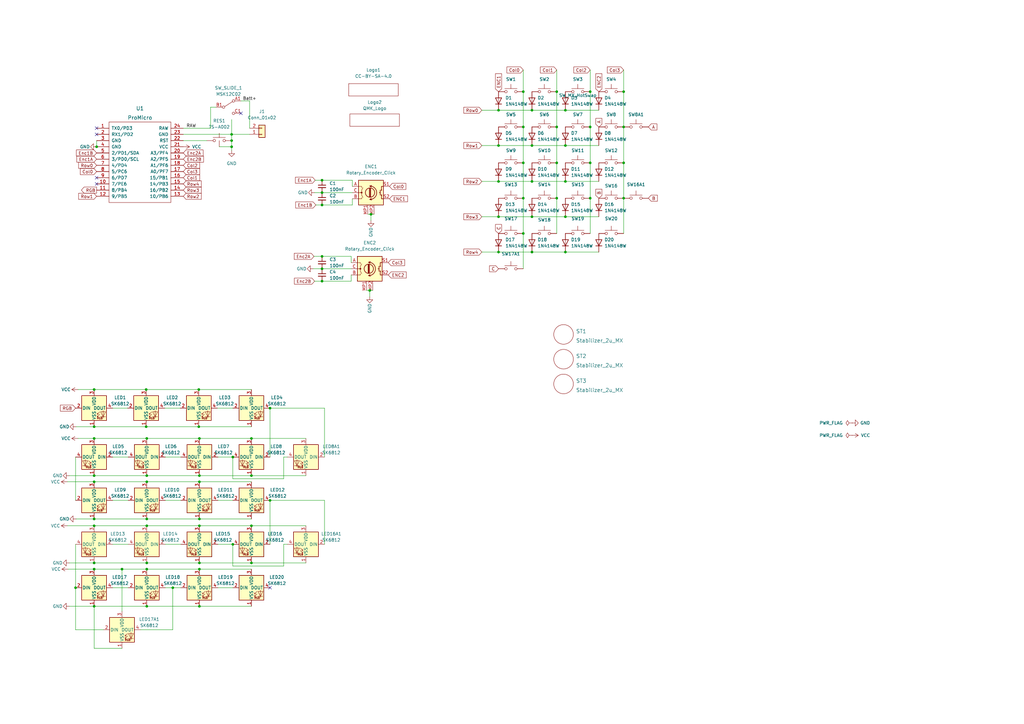
<source format=kicad_sch>
(kicad_sch (version 20211123) (generator eeschema)
  (paper "A3")
  (title_block (title "UnOrthoDox 20") (date "2023-04-15") (rev "v1.0.0") (company "Tweety's Wild Thinking") (comment 1 "Markus Knutsson <markus.knutsson@tweety.se>") (comment 2 "https://github.com/TweetyDaBird") (comment 3 "Licensed under Creative Commons BY-SA 4.0 International "))
  (lib_symbols
    (symbol "Connector_Generic:Conn_01x02" (pin_names (offset 1.016) hide)
      (property "Reference" "J" (at 0 2.54 0))
      (property "Value" "Conn_01x02" (at 0 -5.08 0))
      (symbol "Conn_01x02_1_1"
        (pin passive line (at -5.08 0 0) (length 3.81) (name "Pin_1") (number "1"))
        (pin passive line (at -5.08 -2.54 0) (length 3.81) (name "Pin_2") (number "2"))
      )
    )
    (symbol "Device:C_Small" (pin_numbers hide) (pin_names (offset 0.254) hide)
      (property "Reference" "C" (at 0.254 1.778 0))
      (property "Value" "C_Small" (at 0.254 -2.032 0))
      (symbol "C_Small_1_1"
        (pin passive line (at 0 2.54 270) (length 2.032) (name "~") (number "1"))
        (pin passive line (at 0 -2.54 90) (length 2.032) (name "~") (number "2"))
      )
    )
    (symbol "Diode:1N4148" (pin_numbers hide) (pin_names (offset 1.016) hide)
      (property "Reference" "D" (at 0 2.54 0))
      (property "Value" "1N4148" (at 0 -2.54 0))
      (symbol "1N4148_1_1"
        (pin passive line (at -3.81 0 0) (length 2.54) (name "K") (number "1"))
        (pin passive line (at 3.81 0 180) (length 2.54) (name "A") (number "2"))
      )
    )
    (symbol "Keyboard Common:MSK12C02" (pin_names (offset 0) hide)
      (property "Reference" "SW" (at 0 7.62 0))
      (property "Value" "MSK12C02" (at 0 5.08 0))
      (symbol "MSK12C02_1_1"
        (pin passive line (at 5.08 2.54 180) (length 2.54) (name "A") (number "A1"))
        (pin passive line (at -5.08 0 0) (length 2.54) (name "COM") (number "B1"))
        (pin passive line (at 5.08 -2.54 180) (length 2.54) (name "C1") (number "C1"))
        (pin power_in line (at 1.27 -5.08 180) (length 2.54) hide (name "GND") (number "MP"))
      )
    )
    (symbol "Keyboard Common:TS-A002" (pin_numbers hide) (pin_names (offset 1.016) hide)
      (property "Reference" "RES1" (at 1.27 2.54 0))
      (property "Value" "TS-A002" (at 0 -1.524 0))
      (symbol "TS-A002_0_1"
        (pin passive line (at -5.08 0 0) (length 2.54) (name "1") (number "1"))
        (pin passive line (at 5.08 0 180) (length 2.54) (name "2") (number "2"))
        (pin passive line (at 0 -2.54 90) (length 2.54) (name "3") (number "3"))
      )
    )
    (symbol "Keyboard Controllers:ProMicro" (pin_names (offset 1.016))
      (property "Reference" "U1" (at 0 21.2598 0))
      (property "Value" "ProMicro" (at 0 18.5674 0))
      (symbol "ProMicro_1_1"
        (pin input line (at -17.78 13.97 0) (length 5.08) (name "TX0/PD3") (number "1"))
        (pin input line (at -17.78 -8.89 0) (length 5.08) (name "7/PE6") (number "10"))
        (pin input line (at -17.78 -11.43 0) (length 5.08) (name "8/PB4") (number "11"))
        (pin input line (at -17.78 -13.97 0) (length 5.08) (name "9/PB5") (number "12"))
        (pin input line (at 17.78 -13.97 180) (length 5.08) (name "10/PB6") (number "13"))
        (pin input line (at 17.78 -11.43 180) (length 5.08) (name "16/PB2") (number "14"))
        (pin input line (at 17.78 -8.89 180) (length 5.08) (name "14/PB3") (number "15"))
        (pin input line (at 17.78 -6.35 180) (length 5.08) (name "15/PB1") (number "16"))
        (pin input line (at 17.78 -3.81 180) (length 5.08) (name "A0/PF7") (number "17"))
        (pin input line (at 17.78 -1.27 180) (length 5.08) (name "A1/PF6") (number "18"))
        (pin input line (at 17.78 1.27 180) (length 5.08) (name "A2/PF5") (number "19"))
        (pin input line (at -17.78 11.43 0) (length 5.08) (name "RX1/PD2") (number "2"))
        (pin input line (at 17.78 3.81 180) (length 5.08) (name "A3/PF4") (number "20"))
        (pin input line (at 17.78 6.35 180) (length 5.08) (name "VCC") (number "21"))
        (pin input line (at 17.78 8.89 180) (length 5.08) (name "RST") (number "22"))
        (pin input line (at 17.78 11.43 180) (length 5.08) (name "GND") (number "23"))
        (pin input line (at 17.78 13.97 180) (length 5.08) (name "RAW") (number "24"))
        (pin input line (at -17.78 8.89 0) (length 5.08) (name "GND") (number "3"))
        (pin input line (at -17.78 6.35 0) (length 5.08) (name "GND") (number "4"))
        (pin input line (at -17.78 3.81 0) (length 5.08) (name "2/PD1/SDA") (number "5"))
        (pin input line (at -17.78 1.27 0) (length 5.08) (name "3/PD0/SCL") (number "6"))
        (pin input line (at -17.78 -1.27 0) (length 5.08) (name "4/PD4") (number "7"))
        (pin input line (at -17.78 -3.81 0) (length 5.08) (name "5/PC6") (number "8"))
        (pin input line (at -17.78 -6.35 0) (length 5.08) (name "6/PD7") (number "9"))
      )
    )
    (symbol "Keyboard Switches:Rotary_Encoder_Click" (pin_names (offset 0.254) hide)
      (property "Reference" "ENC" (at 0 6.604 0))
      (property "Value" "Rotary_Encoder_Click" (at 0 8.89 0))
      (symbol "Rotary_Encoder_Click_1_1"
        (pin passive line (at -7.62 2.54 0) (length 2.54) (name "A") (number "A"))
        (pin passive line (at -7.62 -2.54 0) (length 2.54) (name "B") (number "B"))
        (pin passive line (at -7.62 0 0) (length 2.54) (name "C") (number "C"))
        (pin power_in line (at -1.27 -8.89 90) (length 3.7084) (name "GND") (number "MP1"))
        (pin power_in line (at 1.27 -8.89 90) (length 3.7592) (name "GND") (number "MP2"))
        (pin passive line (at 7.62 2.54 180) (length 2.54) (name "S1") (number "S1"))
        (pin passive line (at 7.62 -2.54 180) (length 2.54) (name "S2") (number "S2"))
      )
    )
    (symbol "Keyboard Switches:SW_MX_HotSwap" (pin_numbers hide) (pin_names (offset 1.016) hide)
      (property "Reference" "SW" (at -1.27 5.08 0))
      (symbol "SW_MX_HotSwap_0_1"
        (pin passive line (at -5.08 0 0) (length 2.54) (name "1") (number "1"))
        (pin passive line (at 5.08 0 180) (length 2.54) (name "2") (number "2"))
      )
    )
    (symbol "Keyboard Switches:Stabilizer_2u_MX" (pin_names (offset 1.016))
      (property "Reference" "ST1" (at 0 -1.27 0))
      (property "Value" "Stabilizer_2u_MX" (at 0 1.27 0))
    )
    (symbol "LED:SK6812" (pin_names (offset 0.254))
      (property "Reference" "D" (at 5.08 5.715 0))
      (property "Value" "SK6812" (at 1.27 -5.715 0))
      (symbol "SK6812_0_0"
        (text "RGB" (at 2.286 -4.191 0) (effects (font (size 0.762 0.762))))
      )
      (symbol "SK6812_1_1"
        (pin power_in line (at 0 -7.62 90) (length 2.54) (name "VSS") (number "1"))
        (pin input line (at -7.62 0 0) (length 2.54) (name "DIN") (number "2"))
        (pin power_in line (at 0 7.62 270) (length 2.54) (name "VDD") (number "3"))
        (pin output line (at 7.62 0 180) (length 2.54) (name "DOUT") (number "4"))
      )
    )
    (symbol "Logotypes:CC-BY-SA-4.0" (pin_names (offset 1.016)) (in_bom no)
      (property "Reference" "Logo" (at 0 1.27 0))
      (property "Value" "CC-BY-SA-4.0" (at 0 -1.27 0))
    )
    (symbol "Logotypes:QMK_Logo" (pin_numbers hide) (pin_names (offset 0) hide) (in_bom no)
      (property "Reference" "Logo" (at 0 0 0))
      (property "Value" "QMK_Logo" (at 0 2.54 0))
    )
    (symbol "power:GND" (power) (pin_names (offset 0))
      (property "Value" "GND" (at 0 -3.81 0))
      (symbol "GND_1_1"
        (pin power_in line (at 0 0 270) (length 0) hide (name "GND") (number "1"))
      )
    )
    (symbol "power:PWR_FLAG" (power) (pin_numbers hide) (pin_names (offset 0) hide)
      (property "Value" "PWR_FLAG" (at 0 3.81 0))
      (symbol "PWR_FLAG_0_0"
        (pin power_out line (at 0 0 90) (length 0) (name "pwr") (number "1"))
      )
    )
    (symbol "power:VCC" (power) (pin_names (offset 0))
      (property "Value" "VCC" (at 0 3.81 0))
      (symbol "VCC_1_1"
        (pin power_in line (at 0 0 90) (length 0) hide (name "VCC") (number "1"))
      )
    )
  )
  (junction (at 231.902 74.422))
  (junction (at 39.624 60.198))
  (junction (at 60.198 230.886))
  (junction (at 242.062 81.28))
  (junction (at 242.062 37.592))
  (junction (at 60.198 195.072))
  (junction (at 204.47 88.9))
  (junction (at 38.608 179.832))
  (junction (at 231.902 88.9))
  (junction (at 50.038 233.426))
  (junction (at 132.08 105.156))
  (junction (at 94.996 55.118))
  (junction (at 103.124 179.832))
  (junction (at 255.778 81.28))
  (junction (at 228.346 37.592))
  (junction (at 103.124 215.646))
  (junction (at 81.534 159.766))
  (junction (at 204.47 45.212))
  (junction (at 218.186 59.69))
  (junction (at 242.062 52.07))
  (junction (at 60.198 212.852))
  (junction (at 214.63 66.802))
  (junction (at 255.778 52.07))
  (junction (at 231.902 59.69))
  (junction (at 95.504 187.452))
  (junction (at 38.608 248.666))
  (junction (at 255.778 66.802))
  (junction (at 81.788 215.646))
  (junction (at 110.744 205.232))
  (junction (at 38.608 197.612))
  (junction (at 228.346 66.802))
  (junction (at 60.198 215.646))
  (junction (at 38.608 212.852))
  (junction (at 214.63 37.592))
  (junction (at 214.63 95.758))
  (junction (at 60.198 179.832))
  (junction (at 132.08 73.914))
  (junction (at 59.944 175.006))
  (junction (at 242.062 66.802))
  (junction (at 38.608 215.646))
  (junction (at 103.124 195.072))
  (junction (at 81.788 179.832))
  (junction (at 110.744 167.386))
  (junction (at 60.198 197.612))
  (junction (at 132.08 115.316))
  (junction (at 95.504 223.266))
  (junction (at 60.198 233.426))
  (junction (at 81.788 248.666))
  (junction (at 38.608 175.006))
  (junction (at 38.608 230.886))
  (junction (at 132.08 110.236))
  (junction (at 228.346 81.28))
  (junction (at 204.47 59.69))
  (junction (at 204.47 103.378))
  (junction (at 38.608 233.426))
  (junction (at 94.996 57.658))
  (junction (at 204.47 74.422))
  (junction (at 132.08 78.994))
  (junction (at 81.788 195.072))
  (junction (at 81.788 233.426))
  (junction (at 231.902 45.212))
  (junction (at 94.996 60.198))
  (junction (at 59.944 159.766))
  (junction (at 132.08 84.074))
  (junction (at 81.788 197.612))
  (junction (at 151.638 119.126))
  (junction (at 30.988 241.046))
  (junction (at 214.63 81.28))
  (junction (at 218.186 103.378))
  (junction (at 38.608 195.072))
  (junction (at 60.198 248.666))
  (junction (at 81.534 175.006))
  (junction (at 152.146 87.884))
  (junction (at 103.124 230.886))
  (junction (at 70.866 241.046))
  (junction (at 231.902 103.378))
  (junction (at 218.186 88.9))
  (junction (at 218.186 74.422))
  (junction (at 214.63 52.07))
  (junction (at 81.788 230.886))
  (junction (at 255.778 37.592))
  (junction (at 218.186 45.212))
  (junction (at 228.346 52.07))
  (junction (at 81.788 212.852))
  (junction (at 38.608 159.766))
  (no_connect (at 98.806 46.482))
  (no_connect (at 110.744 241.046))
  (no_connect (at 39.624 75.438))
  (no_connect (at 39.624 72.898))
  (no_connect (at 39.624 52.578))
  (no_connect (at 39.624 55.118))
  (wire (pts (xy 95.504 196.342) (xy 95.504 187.452)))
  (wire (pts (xy 95.504 223.266) (xy 95.504 232.156)))
  (wire (pts (xy 228.346 37.592) (xy 228.346 52.07)))
  (wire (pts (xy 94.996 57.658) (xy 94.996 60.198)))
  (wire (pts (xy 218.186 74.422) (xy 231.902 74.422)))
  (wire (pts (xy 214.63 37.592) (xy 214.63 52.07)))
  (wire (pts (xy 46.228 241.046) (xy 52.578 241.046)))
  (wire (pts (xy 81.788 248.666) (xy 103.124 248.666)))
  (wire (pts (xy 52.578 223.266) (xy 46.228 223.266)))
  (wire (pts (xy 95.504 205.232) (xy 89.408 205.232)))
  (wire (pts (xy 132.08 110.236) (xy 144.018 110.236)))
  (wire (pts (xy 218.186 45.212) (xy 231.902 45.212)))
  (wire (pts (xy 128.524 110.236) (xy 132.08 110.236)))
  (wire (pts (xy 152.146 87.884) (xy 150.876 87.884)))
  (wire (pts (xy 81.788 230.886) (xy 103.124 230.886)))
  (wire (pts (xy 128.778 105.156) (xy 132.08 105.156)))
  (wire (pts (xy 88.646 43.942) (xy 86.36 43.942)))
  (wire (pts (xy 144.018 107.696) (xy 144.018 105.156)))
  (wire (pts (xy 98.806 41.402) (xy 102.362 41.402)))
  (wire (pts (xy 38.608 175.006) (xy 59.944 175.006)))
  (wire (pts (xy 60.198 195.072) (xy 81.788 195.072)))
  (wire (pts (xy 103.124 195.072) (xy 125.476 195.072)))
  (wire (pts (xy 38.608 212.852) (xy 60.198 212.852)))
  (wire (pts (xy 86.36 43.942) (xy 86.36 52.578)))
  (wire (pts (xy 38.608 179.832) (xy 60.198 179.832)))
  (wire (pts (xy 67.818 223.266) (xy 74.168 223.266)))
  (wire (pts (xy 81.788 215.646) (xy 103.124 215.646)))
  (wire (pts (xy 31.242 175.006) (xy 38.608 175.006)))
  (wire (pts (xy 144.018 112.776) (xy 144.018 115.316)))
  (wire (pts (xy 70.866 258.318) (xy 70.866 241.046)))
  (wire (pts (xy 129.286 73.914) (xy 132.08 73.914)))
  (wire (pts (xy 228.346 66.802) (xy 228.346 81.28)))
  (wire (pts (xy 132.08 84.074) (xy 144.526 84.074)))
  (wire (pts (xy 255.778 37.592) (xy 255.778 52.07)))
  (wire (pts (xy 116.332 232.156) (xy 95.504 232.156)))
  (wire (pts (xy 197.612 74.422) (xy 204.47 74.422)))
  (wire (pts (xy 132.08 73.914) (xy 144.526 73.914)))
  (wire (pts (xy 242.062 37.592) (xy 242.062 52.07)))
  (wire (pts (xy 30.988 223.266) (xy 30.988 241.046)))
  (wire (pts (xy 81.788 195.072) (xy 103.124 195.072)))
  (wire (pts (xy 59.944 175.006) (xy 81.534 175.006)))
  (wire (pts (xy 75.184 52.578) (xy 86.36 52.578)))
  (wire (pts (xy 102.362 41.402) (xy 102.362 52.578)))
  (wire (pts (xy 231.902 88.9) (xy 245.618 88.9)))
  (wire (pts (xy 144.526 81.534) (xy 144.526 84.074)))
  (wire (pts (xy 132.08 105.156) (xy 144.018 105.156)))
  (wire (pts (xy 89.154 167.386) (xy 95.504 167.386)))
  (wire (pts (xy 39.624 57.658) (xy 39.624 60.198)))
  (wire (pts (xy 95.504 223.266) (xy 89.408 223.266)))
  (wire (pts (xy 60.198 197.612) (xy 81.788 197.612)))
  (wire (pts (xy 133.096 205.232) (xy 110.744 205.232)))
  (wire (pts (xy 242.062 81.28) (xy 242.062 95.758)))
  (wire (pts (xy 52.324 167.386) (xy 46.228 167.386)))
  (wire (pts (xy 46.228 187.452) (xy 52.578 187.452)))
  (wire (pts (xy 50.038 265.938) (xy 38.608 265.938)))
  (wire (pts (xy 84.836 57.658) (xy 75.184 57.658)))
  (wire (pts (xy 204.47 74.422) (xy 218.186 74.422)))
  (wire (pts (xy 74.168 187.452) (xy 67.818 187.452)))
  (wire (pts (xy 30.988 258.318) (xy 30.988 241.046)))
  (wire (pts (xy 81.788 233.426) (xy 103.124 233.426)))
  (wire (pts (xy 94.996 60.198) (xy 94.996 61.722)))
  (wire (pts (xy 228.346 52.07) (xy 228.346 66.802)))
  (wire (pts (xy 38.608 215.646) (xy 60.198 215.646)))
  (wire (pts (xy 242.062 28.702) (xy 242.062 37.592)))
  (wire (pts (xy 231.902 59.69) (xy 245.618 59.69)))
  (wire (pts (xy 116.332 223.266) (xy 116.332 232.156)))
  (wire (pts (xy 94.996 55.118) (xy 94.996 57.658)))
  (wire (pts (xy 116.332 187.452) (xy 116.332 196.342)))
  (wire (pts (xy 27.686 215.646) (xy 38.608 215.646)))
  (wire (pts (xy 231.902 74.422) (xy 245.618 74.422)))
  (wire (pts (xy 242.062 66.802) (xy 242.062 81.28)))
  (wire (pts (xy 38.608 159.766) (xy 59.944 159.766)))
  (wire (pts (xy 218.186 88.9) (xy 231.902 88.9)))
  (wire (pts (xy 204.47 103.378) (xy 218.186 103.378)))
  (wire (pts (xy 117.856 223.266) (xy 116.332 223.266)))
  (wire (pts (xy 38.608 197.612) (xy 60.198 197.612)))
  (wire (pts (xy 94.996 49.022) (xy 94.996 55.118)))
  (wire (pts (xy 28.448 230.886) (xy 38.608 230.886)))
  (wire (pts (xy 103.124 179.832) (xy 125.476 179.832)))
  (wire (pts (xy 151.638 119.126) (xy 152.908 119.126)))
  (wire (pts (xy 214.63 28.702) (xy 214.63 37.592)))
  (wire (pts (xy 57.658 258.318) (xy 70.866 258.318)))
  (wire (pts (xy 117.856 187.452) (xy 116.332 187.452)))
  (wire (pts (xy 50.038 233.426) (xy 60.198 233.426)))
  (wire (pts (xy 31.242 212.852) (xy 38.608 212.852)))
  (wire (pts (xy 218.186 59.69) (xy 231.902 59.69)))
  (wire (pts (xy 28.448 248.666) (xy 38.608 248.666)))
  (wire (pts (xy 255.778 28.702) (xy 255.778 37.592)))
  (wire (pts (xy 228.346 28.702) (xy 228.346 37.592)))
  (wire (pts (xy 231.902 45.212) (xy 245.618 45.212)))
  (wire (pts (xy 38.608 230.886) (xy 60.198 230.886)))
  (wire (pts (xy 152.146 87.884) (xy 153.416 87.884)))
  (wire (pts (xy 46.228 205.232) (xy 52.578 205.232)))
  (wire (pts (xy 110.744 223.266) (xy 110.744 205.232)))
  (wire (pts (xy 73.914 167.386) (xy 67.564 167.386)))
  (wire (pts (xy 255.778 52.07) (xy 255.778 66.802)))
  (wire (pts (xy 116.332 196.342) (xy 95.504 196.342)))
  (wire (pts (xy 129.032 115.316) (xy 132.08 115.316)))
  (wire (pts (xy 60.198 215.646) (xy 81.788 215.646)))
  (wire (pts (xy 60.198 179.832) (xy 81.788 179.832)))
  (wire (pts (xy 27.94 233.426) (xy 38.608 233.426)))
  (wire (pts (xy 214.63 66.802) (xy 214.63 81.28)))
  (wire (pts (xy 214.63 95.758) (xy 214.63 110.236)))
  (wire (pts (xy 197.612 103.378) (xy 204.47 103.378)))
  (wire (pts (xy 38.608 248.666) (xy 60.198 248.666)))
  (wire (pts (xy 70.866 241.046) (xy 67.818 241.046)))
  (wire (pts (xy 32.004 179.832) (xy 38.608 179.832)))
  (wire (pts (xy 94.996 55.118) (xy 102.362 55.118)))
  (wire (pts (xy 255.778 66.802) (xy 255.778 81.28)))
  (wire (pts (xy 60.198 212.852) (xy 81.788 212.852)))
  (wire (pts (xy 95.504 241.046) (xy 89.408 241.046)))
  (wire (pts (xy 67.818 205.232) (xy 74.168 205.232)))
  (wire (pts (xy 231.902 103.378) (xy 245.618 103.378)))
  (wire (pts (xy 228.346 81.28) (xy 228.346 95.758)))
  (wire (pts (xy 59.944 159.766) (xy 81.534 159.766)))
  (wire (pts (xy 129.54 84.074) (xy 132.08 84.074)))
  (wire (pts (xy 204.47 45.212) (xy 218.186 45.212)))
  (wire (pts (xy 81.788 197.612) (xy 103.124 197.612)))
  (wire (pts (xy 197.612 88.9) (xy 204.47 88.9)))
  (wire (pts (xy 30.988 205.232) (xy 30.988 187.452)))
  (wire (pts (xy 38.608 265.938) (xy 38.608 248.666)))
  (wire (pts (xy 28.448 195.072) (xy 38.608 195.072)))
  (wire (pts (xy 103.124 215.646) (xy 125.476 215.646)))
  (wire (pts (xy 32.004 159.766) (xy 38.608 159.766)))
  (wire (pts (xy 132.08 115.316) (xy 144.018 115.316)))
  (wire (pts (xy 204.47 59.69) (xy 218.186 59.69)))
  (wire (pts (xy 81.534 159.766) (xy 103.124 159.766)))
  (wire (pts (xy 81.534 175.006) (xy 103.124 175.006)))
  (wire (pts (xy 38.608 195.072) (xy 60.198 195.072)))
  (wire (pts (xy 60.198 248.666) (xy 81.788 248.666)))
  (wire (pts (xy 242.062 52.07) (xy 242.062 66.802)))
  (wire (pts (xy 197.612 59.69) (xy 204.47 59.69)))
  (wire (pts (xy 133.096 187.452) (xy 133.096 167.386)))
  (wire (pts (xy 204.47 88.9) (xy 218.186 88.9)))
  (wire (pts (xy 133.096 167.386) (xy 110.744 167.386)))
  (wire (pts (xy 81.788 212.852) (xy 103.124 212.852)))
  (wire (pts (xy 38.608 233.426) (xy 50.038 233.426)))
  (wire (pts (xy 132.08 78.994) (xy 144.526 78.994)))
  (wire (pts (xy 151.638 119.126) (xy 150.368 119.126)))
  (wire (pts (xy 81.788 179.832) (xy 103.124 179.832)))
  (wire (pts (xy 60.198 233.426) (xy 81.788 233.426)))
  (wire (pts (xy 255.778 81.28) (xy 255.778 95.758)))
  (wire (pts (xy 74.168 241.046) (xy 70.866 241.046)))
  (wire (pts (xy 60.198 230.886) (xy 81.788 230.886)))
  (wire (pts (xy 133.096 223.266) (xy 133.096 205.232)))
  (wire (pts (xy 89.916 60.198) (xy 94.996 60.198)))
  (wire (pts (xy 197.612 45.212) (xy 204.47 45.212)))
  (wire (pts (xy 214.63 52.07) (xy 214.63 66.802)))
  (wire (pts (xy 218.186 103.378) (xy 231.902 103.378)))
  (wire (pts (xy 129.032 78.994) (xy 132.08 78.994)))
  (wire (pts (xy 50.038 233.426) (xy 50.038 250.698)))
  (wire (pts (xy 110.744 167.386) (xy 110.744 187.452)))
  (wire (pts (xy 103.124 230.886) (xy 125.476 230.886)))
  (wire (pts (xy 42.418 258.318) (xy 30.988 258.318)))
  (wire (pts (xy 144.526 76.454) (xy 144.526 73.914)))
  (wire (pts (xy 152.146 90.424) (xy 152.146 87.884)))
  (wire (pts (xy 75.184 55.118) (xy 94.996 55.118)))
  (wire (pts (xy 89.408 187.452) (xy 95.504 187.452)))
  (wire (pts (xy 214.63 81.28) (xy 214.63 95.758)))
  (wire (pts (xy 27.686 197.612) (xy 38.608 197.612)))
  (wire (pts (xy 151.638 121.666) (xy 151.638 119.126)))
  (label "Batt+" (at 99.568 41.402 0))
  (label "RAW" (at 76.454 52.578 0))
  (global_label "Col0" (shape input) (at 214.63 28.702 180) (property "Intersheet References" "${INTERSHEET_REFS}" (effects hide)))
  (global_label "C" (shape input) (at 204.47 110.236 180) (property "Intersheet References" "${INTERSHEET_REFS}" (effects hide)))
  (global_label "Row0" (shape input) (at 39.624 67.818 180) (property "Intersheet References" "${INTERSHEET_REFS}" (effects hide)))
  (global_label "Row4" (shape input) (at 75.184 75.438 0) (property "Intersheet References" "${INTERSHEET_REFS}" (effects hide)))
  (global_label "Row2" (shape input) (at 75.184 80.518 0) (property "Intersheet References" "${INTERSHEET_REFS}" (effects hide)))
  (global_label "Row4" (shape input) (at 197.612 103.378 180) (property "Intersheet References" "${INTERSHEET_REFS}" (effects hide)))
  (global_label "Enc2B" (shape input) (at 75.184 65.278 0) (property "Intersheet References" "${INTERSHEET_REFS}" (effects hide)))
  (global_label "RGB" (shape output) (at 39.624 77.978 180) (property "Intersheet References" "${INTERSHEET_REFS}" (effects hide)))
  (global_label "ENC1" (shape input) (at 159.766 81.534 0) (property "Intersheet References" "${INTERSHEET_REFS}" (effects hide)))
  (global_label "Row3" (shape input) (at 75.184 77.978 0) (property "Intersheet References" "${INTERSHEET_REFS}" (effects hide)))
  (global_label "A" (shape input) (at 245.618 52.07 90) (property "Intersheet References" "${INTERSHEET_REFS}" (effects hide)))
  (global_label "Row1" (shape input) (at 197.612 59.69 180) (property "Intersheet References" "${INTERSHEET_REFS}" (effects hide)))
  (global_label "Row2" (shape input) (at 197.612 74.422 180) (property "Intersheet References" "${INTERSHEET_REFS}" (effects hide)))
  (global_label "ENC2" (shape input) (at 245.618 37.592 90) (property "Intersheet References" "${INTERSHEET_REFS}" (effects hide)))
  (global_label "Enc1A" (shape input) (at 129.286 73.914 180) (property "Intersheet References" "${INTERSHEET_REFS}" (effects hide)))
  (global_label "A" (shape input) (at 265.938 52.07 0) (property "Intersheet References" "${INTERSHEET_REFS}" (effects hide)))
  (global_label "Col2" (shape input) (at 242.062 28.702 180) (property "Intersheet References" "${INTERSHEET_REFS}" (effects hide)))
  (global_label "Col0" (shape input) (at 159.766 76.454 0) (property "Intersheet References" "${INTERSHEET_REFS}" (effects hide)))
  (global_label "Col2" (shape input) (at 75.184 67.818 0) (property "Intersheet References" "${INTERSHEET_REFS}" (effects hide)))
  (global_label "Row1" (shape input) (at 39.624 80.518 180) (property "Intersheet References" "${INTERSHEET_REFS}" (effects hide)))
  (global_label "Col3" (shape input) (at 255.778 28.702 180) (property "Intersheet References" "${INTERSHEET_REFS}" (effects hide)))
  (global_label "RGB" (shape input) (at 30.988 167.386 180) (property "Intersheet References" "${INTERSHEET_REFS}" (effects hide)))
  (global_label "Enc1B" (shape input) (at 129.54 84.074 180) (property "Intersheet References" "${INTERSHEET_REFS}" (effects hide)))
  (global_label "B" (shape input) (at 265.938 81.28 0) (property "Intersheet References" "${INTERSHEET_REFS}" (effects hide)))
  (global_label "Enc1A" (shape input) (at 39.624 65.278 180) (property "Intersheet References" "${INTERSHEET_REFS}" (effects hide)))
  (global_label "Col3" (shape input) (at 159.258 107.696 0) (property "Intersheet References" "${INTERSHEET_REFS}" (effects hide)))
  (global_label "Col1" (shape input) (at 228.346 28.702 180) (property "Intersheet References" "${INTERSHEET_REFS}" (effects hide)))
  (global_label "Col0" (shape input) (at 39.624 70.358 180) (property "Intersheet References" "${INTERSHEET_REFS}" (effects hide)))
  (global_label "ENC2" (shape input) (at 159.258 112.776 0) (property "Intersheet References" "${INTERSHEET_REFS}" (effects hide)))
  (global_label "Row3" (shape input) (at 197.612 88.9 180) (property "Intersheet References" "${INTERSHEET_REFS}" (effects hide)))
  (global_label "Row0" (shape input) (at 197.612 45.212 180) (property "Intersheet References" "${INTERSHEET_REFS}" (effects hide)))
  (global_label "Enc2A" (shape input) (at 75.184 62.738 0) (property "Intersheet References" "${INTERSHEET_REFS}" (effects hide)))
  (global_label "Enc2A" (shape input) (at 128.778 105.156 180) (property "Intersheet References" "${INTERSHEET_REFS}" (effects hide)))
  (global_label "Col1" (shape input) (at 75.184 72.898 0) (property "Intersheet References" "${INTERSHEET_REFS}" (effects hide)))
  (global_label "Col3" (shape input) (at 75.184 70.358 0) (property "Intersheet References" "${INTERSHEET_REFS}" (effects hide)))
  (global_label "B" (shape input) (at 245.618 81.28 90) (property "Intersheet References" "${INTERSHEET_REFS}" (effects hide)))
  (global_label "ENC1" (shape input) (at 204.47 37.592 90) (property "Intersheet References" "${INTERSHEET_REFS}" (effects hide)))
  (global_label "Enc1B" (shape input) (at 39.624 62.738 180) (property "Intersheet References" "${INTERSHEET_REFS}" (effects hide)))
  (global_label "C" (shape input) (at 204.47 95.758 90) (property "Intersheet References" "${INTERSHEET_REFS}" (effects hide)))
  (global_label "Enc2B" (shape input) (at 129.032 115.316 180) (property "Intersheet References" "${INTERSHEET_REFS}" (effects hide)))
  (symbol (lib_id "Diode:1N4148") (at 231.902 99.568 90) (unit 1)
    (property "Reference" "D19" (at 234.188 98.2979 90) (effects (justify right)))
    (property "Value" "1N4148W" (at 234.188 100.8379 90) (effects (justify right)))
    (property "Footprint" "Diode_SMD:D_SOD-123" (effects hide))
    (property "Datasheet" "https://assets.nexperia.com/documents/data-sheet/1N4148_1N4448.pdf" (effects hide))
  )
  (symbol (lib_id "LED:SK6812") (at 125.476 223.266 0) (mirror y) (unit 1)
    (property "Reference" "LED16A1" (at 135.89 218.9353 0))
    (property "Value" "SK6812" (at 135.89 221.4753 0))
    (property "Footprint" "Keyboard RGB:RGB_SK6812MINI-E" (effects hide))
    (property "Datasheet" "https://cdn-shop.adafruit.com/product-files/1138/SK6812+LED+datasheet+.pdf" (effects hide))
  )
  (symbol (lib_id "Diode:1N4148") (at 231.902 85.09 90) (unit 1)
    (property "Reference" "D15" (at 234.188 83.8199 90) (effects (justify right)))
    (property "Value" "1N4148W" (at 234.188 86.3599 90) (effects (justify right)))
    (property "Footprint" "Diode_SMD:D_SOD-123" (effects hide))
    (property "Datasheet" "https://assets.nexperia.com/documents/data-sheet/1N4148_1N4448.pdf" (effects hide))
  )
  (symbol (lib_id "Keyboard Switches:SW_MX_HotSwap") (at 209.55 81.28 0) (unit 1)
    (property "Reference" "SW13" (at 209.55 75.692 0))
    (property "Value" "SW_MX_HotSwap" (effects hide))
    (property "Footprint" "Keyboard Switches:SW_MX_HotSwap" (effects hide))
  )
  (symbol (lib_id "power:VCC") (at 75.184 60.198 270) (unit 1)
    (property "Reference" "#PWR02" (effects hide))
    (property "Value" "VCC" (at 78.74 60.1979 90) (effects (justify left)))
  )
  (symbol (lib_id "Diode:1N4148") (at 245.618 41.402 90) (unit 1)
    (property "Reference" "D4" (at 247.904 40.1319 90) (effects (justify right)))
    (property "Value" "1N4148W" (at 247.904 42.6719 90) (effects (justify right)))
    (property "Footprint" "Diode_SMD:D_SOD-123" (effects hide))
    (property "Datasheet" "https://assets.nexperia.com/documents/data-sheet/1N4148_1N4448.pdf" (effects hide))
  )
  (symbol (lib_id "power:VCC") (at 27.94 233.426 90) (unit 1)
    (property "Reference" "#PWR018" (effects hide))
    (property "Value" "VCC" (at 21.082 233.426 90) (effects (justify right)))
  )
  (symbol (lib_id "LED:SK6812") (at 38.608 223.266 0) (mirror y) (unit 1)
    (property "Reference" "LED13" (at 48.26 218.9353 0))
    (property "Value" "SK6812" (at 48.26 221.4753 0))
    (property "Footprint" "Keyboard RGB:RGB_SK6812MINI-E" (effects hide))
    (property "Datasheet" "https://cdn-shop.adafruit.com/product-files/1138/SK6812+LED+datasheet+.pdf" (effects hide))
  )
  (symbol (lib_id "LED:SK6812") (at 60.198 223.266 0) (mirror y) (unit 1)
    (property "Reference" "LED14" (at 69.85 218.9353 0))
    (property "Value" "SK6812" (at 69.85 221.4753 0))
    (property "Footprint" "Keyboard RGB:RGB_SK6812MINI-E" (effects hide))
    (property "Datasheet" "https://cdn-shop.adafruit.com/product-files/1138/SK6812+LED+datasheet+.pdf" (effects hide))
  )
  (symbol (lib_id "Diode:1N4148") (at 204.47 55.88 270) (mirror x) (unit 1)
    (property "Reference" "D5" (at 207.264 54.6099 90) (effects (justify left)))
    (property "Value" "1N4148W" (at 207.264 57.1499 90) (effects (justify left)))
    (property "Footprint" "Diode_SMD:D_SOD-123" (effects hide))
    (property "Datasheet" "https://assets.nexperia.com/documents/data-sheet/1N4148_1N4448.pdf" (effects hide))
  )
  (symbol (lib_id "power:GND") (at 129.032 78.994 270) (unit 1)
    (property "Reference" "#PWR04" (effects hide))
    (property "Value" "GND" (at 122.174 78.994 90) (effects (justify left)))
  )
  (symbol (lib_id "Diode:1N4148") (at 218.186 85.09 90) (unit 1)
    (property "Reference" "D14" (at 220.472 83.8199 90) (effects (justify right)))
    (property "Value" "1N4148W" (at 220.472 86.3599 90) (effects (justify right)))
    (property "Footprint" "Diode_SMD:D_SOD-123" (effects hide))
    (property "Datasheet" "https://assets.nexperia.com/documents/data-sheet/1N4148_1N4448.pdf" (effects hide))
  )
  (symbol (lib_id "Diode:1N4148") (at 204.47 41.402 270) (mirror x) (unit 1)
    (property "Reference" "D1" (at 207.264 40.1319 90) (effects (justify left)))
    (property "Value" "1N4148W" (at 207.264 42.6719 90) (effects (justify left)))
    (property "Footprint" "Diode_SMD:D_SOD-123" (effects hide))
    (property "Datasheet" "https://assets.nexperia.com/documents/data-sheet/1N4148_1N4448.pdf" (effects hide))
  )
  (symbol (lib_id "LED:SK6812") (at 60.198 187.452 0) (mirror y) (unit 1)
    (property "Reference" "LED6" (at 70.104 183.1213 0))
    (property "Value" "SK6812" (at 70.104 185.6613 0))
    (property "Footprint" "Keyboard RGB:RGB_SK6812MINI-E" (effects hide))
    (property "Datasheet" "https://cdn-shop.adafruit.com/product-files/1138/SK6812+LED+datasheet+.pdf" (effects hide))
  )
  (symbol (lib_id "Keyboard Switches:Stabilizer_2u_MX") (at 231.14 137.16 0) (unit 1)
    (property "Reference" "ST1" (at 236.22 135.89 0) (effects (font (size 1.524 1.524)) (justify left)))
    (property "Value" "Stabilizer_2u_MX" (at 236.22 139.7 0) (effects (font (size 1.524 1.524)) (justify left)))
    (property "Footprint" "Keyboard Stabilizer:Stabilizer_Cherry_MX_2.00u" (effects hide))
  )
  (symbol (lib_id "LED:SK6812") (at 60.198 205.232 0) (unit 1)
    (property "Reference" "LED10" (at 70.612 200.9013 0))
    (property "Value" "SK6812" (at 70.612 203.4413 0))
    (property "Footprint" "Keyboard RGB:RGB_SK6812MINI-E" (effects hide))
    (property "Datasheet" "https://cdn-shop.adafruit.com/product-files/1138/SK6812+LED+datasheet+.pdf" (effects hide))
  )
  (symbol (lib_id "LED:SK6812") (at 38.608 187.452 0) (mirror y) (unit 1)
    (property "Reference" "LED5" (at 48.514 183.1213 0))
    (property "Value" "SK6812" (at 48.514 185.6613 0))
    (property "Footprint" "Keyboard RGB:RGB_SK6812MINI-E" (effects hide))
    (property "Datasheet" "https://cdn-shop.adafruit.com/product-files/1138/SK6812+LED+datasheet+.pdf" (effects hide))
  )
  (symbol (lib_id "Keyboard Switches:SW_MX_HotSwap") (at 250.698 81.28 0) (mirror y) (unit 1)
    (property "Reference" "SW16" (at 250.698 76.2 0))
    (property "Value" "SW_MX_HotSwap" (effects hide))
    (property "Footprint" "Keyboard Switches:SW_MX_HotSwap" (effects hide))
  )
  (symbol (lib_id "Keyboard Switches:SW_MX_HotSwap") (at 223.266 81.28 0) (unit 1)
    (property "Reference" "SW14" (at 223.266 75.692 0))
    (property "Value" "SW_MX_HotSwap" (effects hide))
    (property "Footprint" "Keyboard Switches:SW_MX_HotSwap" (effects hide))
  )
  (symbol (lib_id "Device:C_Small") (at 132.08 81.534 0) (unit 1)
    (property "Reference" "C2" (at 135.128 80.2702 0) (effects (justify left)))
    (property "Value" "100nF" (at 135.128 82.8102 0) (effects (justify left)))
    (property "Footprint" "Capacitor_SMD:C_0805_2012Metric_Pad1.18x1.45mm_HandSolder" (effects hide))
  )
  (symbol (lib_id "power:GND") (at 28.448 230.886 270) (unit 1)
    (property "Reference" "#PWR017" (effects hide))
    (property "Value" "GND" (at 21.59 230.886 90) (effects (justify left)))
  )
  (symbol (lib_id "power:VCC") (at 27.686 197.612 90) (unit 1)
    (property "Reference" "#PWR014" (effects hide))
    (property "Value" "VCC" (at 20.828 197.612 90) (effects (justify right)))
  )
  (symbol (lib_id "Keyboard Switches:SW_MX_HotSwap") (at 236.982 66.802 0) (unit 1)
    (property "Reference" "SW11" (at 236.982 61.722 0))
    (property "Value" "SW_MX_HotSwap" (effects hide))
    (property "Footprint" "Keyboard Switches:SW_MX_HotSwap" (effects hide))
  )
  (symbol (lib_id "Logotypes:CC-BY-SA-4.0") (at 153.162 36.83 0) (unit 1) (in_bom no)
    (property "Reference" "Logo1" (at 153.162 28.702 0))
    (property "Value" "CC-BY-SA-4.0" (at 153.162 31.242 0))
    (property "Footprint" "Logotypes:CC_BY_SA_40_line" (effects hide))
  )
  (symbol (lib_id "Keyboard Switches:SW_MX_HotSwap") (at 209.55 110.236 0) (unit 1)
    (property "Reference" "SW17A1" (at 209.55 104.14 0))
    (property "Value" "SW_MX_HotSwap" (effects hide))
    (property "Footprint" "Keyboard Switches:SW_MX_HotSwap" (effects hide))
  )
  (symbol (lib_id "Keyboard Switches:SW_MX_HotSwap") (at 260.858 52.07 0) (mirror y) (unit 1)
    (property "Reference" "SW8A1" (at 260.858 46.99 0))
    (property "Value" "SW_MX_HotSwap" (effects hide))
    (property "Footprint" "Keyboard Switches:SW_MX_HotSwap" (effects hide))
  )
  (symbol (lib_id "Keyboard Common:TS-A002") (at 89.916 57.658 0) (unit 1)
    (property "Reference" "RES1" (at 89.916 49.53 0))
    (property "Value" "TS-A002" (at 89.916 52.07 0))
    (property "Footprint" "Keyboard Common:YTS-A002" (effects hide))
    (property "LCSC" "C2888934" (effects hide))
  )
  (symbol (lib_id "Keyboard Switches:SW_MX_HotSwap") (at 250.698 66.802 0) (unit 1)
    (property "Reference" "SW12" (at 250.698 61.722 0))
    (property "Value" "SW_MX_HotSwap" (effects hide))
    (property "Footprint" "Keyboard Switches:SW_MX_HotSwap" (effects hide))
  )
  (symbol (lib_id "Keyboard Switches:SW_MX_HotSwap") (at 223.266 95.758 0) (mirror y) (unit 1)
    (property "Reference" "SW18" (at 223.266 90.17 0))
    (property "Value" "SW_MX_HotSwap" (effects hide))
    (property "Footprint" "Keyboard Switches:SW_MX_HotSwap" (effects hide))
  )
  (symbol (lib_id "LED:SK6812") (at 59.944 167.386 0) (unit 1)
    (property "Reference" "LED2" (at 70.612 163.0553 0))
    (property "Value" "SK6812" (at 70.612 165.5953 0))
    (property "Footprint" "Keyboard RGB:RGB_SK6812MINI-E" (effects hide))
    (property "Datasheet" "https://cdn-shop.adafruit.com/product-files/1138/SK6812+LED+datasheet+.pdf" (effects hide))
  )
  (symbol (lib_id "LED:SK6812") (at 81.788 205.232 0) (unit 1)
    (property "Reference" "LED11" (at 92.456 200.9013 0))
    (property "Value" "SK6812" (at 92.456 203.4413 0))
    (property "Footprint" "Keyboard RGB:RGB_SK6812MINI-E" (effects hide))
    (property "Datasheet" "https://cdn-shop.adafruit.com/product-files/1138/SK6812+LED+datasheet+.pdf" (effects hide))
  )
  (symbol (lib_id "power:GND") (at 94.996 61.722 0) (unit 1)
    (property "Reference" "#PWR03" (effects hide))
    (property "Value" "GND" (at 94.996 67.056 0))
  )
  (symbol (lib_id "Diode:1N4148") (at 245.618 85.09 90) (unit 1)
    (property "Reference" "D16" (at 247.904 83.8199 90) (effects (justify right)))
    (property "Value" "1N4148W" (at 247.904 86.3599 90) (effects (justify right)))
    (property "Footprint" "Diode_SMD:D_SOD-123" (effects hide))
    (property "Datasheet" "https://assets.nexperia.com/documents/data-sheet/1N4148_1N4448.pdf" (effects hide))
  )
  (symbol (lib_id "power:VCC") (at 27.686 215.646 90) (unit 1)
    (property "Reference" "#PWR016" (effects hide))
    (property "Value" "VCC" (at 20.828 215.646 90) (effects (justify right)))
  )
  (symbol (lib_id "Keyboard Switches:SW_MX_HotSwap") (at 236.982 95.758 0) (unit 1)
    (property "Reference" "SW19" (at 236.982 89.662 0))
    (property "Value" "SW_MX_HotSwap" (effects hide))
    (property "Footprint" "Keyboard Switches:SW_MX_HotSwap" (effects hide))
  )
  (symbol (lib_id "power:PWR_FLAG") (at 349.504 173.482 90) (unit 1)
    (property "Reference" "#FLG01" (effects hide))
    (property "Value" "PWR_FLAG" (at 345.694 173.4819 90) (effects (justify left)))
  )
  (symbol (lib_id "LED:SK6812") (at 50.038 258.318 0) (unit 1)
    (property "Reference" "LED17A1" (at 61.214 253.9873 0))
    (property "Value" "SK6812" (at 61.214 256.5273 0))
    (property "Footprint" "Keyboard RGB:RGB_SK6812MINI-E" (effects hide))
    (property "Datasheet" "https://cdn-shop.adafruit.com/product-files/1138/SK6812+LED+datasheet+.pdf" (effects hide))
  )
  (symbol (lib_id "LED:SK6812") (at 81.788 241.046 0) (unit 1)
    (property "Reference" "LED19" (at 92.456 236.7153 0))
    (property "Value" "SK6812" (at 92.456 239.2553 0))
    (property "Footprint" "Keyboard RGB:RGB_SK6812MINI-E" (effects hide))
    (property "Datasheet" "https://cdn-shop.adafruit.com/product-files/1138/SK6812+LED+datasheet+.pdf" (effects hide))
  )
  (symbol (lib_id "power:GND") (at 128.524 110.236 270) (unit 1)
    (property "Reference" "#PWR06" (effects hide))
    (property "Value" "GND" (at 121.666 110.236 90) (effects (justify left)))
  )
  (symbol (lib_id "power:VCC") (at 349.504 178.562 270) (unit 1)
    (property "Reference" "#PWR011" (effects hide))
    (property "Value" "VCC" (at 353.06 178.5619 90) (effects (justify left)))
  )
  (symbol (lib_id "LED:SK6812") (at 38.608 205.232 0) (unit 1)
    (property "Reference" "LED9" (at 49.276 200.9013 0))
    (property "Value" "SK6812" (at 49.276 203.4413 0))
    (property "Footprint" "Keyboard RGB:RGB_SK6812MINI-E" (effects hide))
    (property "Datasheet" "https://cdn-shop.adafruit.com/product-files/1138/SK6812+LED+datasheet+.pdf" (effects hide))
  )
  (symbol (lib_id "Device:C_Small") (at 132.08 112.776 0) (unit 1)
    (property "Reference" "C4" (at 135.128 111.5122 0) (effects (justify left)))
    (property "Value" "100nF" (at 135.128 114.0522 0) (effects (justify left)))
    (property "Footprint" "Capacitor_SMD:C_0805_2012Metric_Pad1.18x1.45mm_HandSolder" (effects hide))
  )
  (symbol (lib_id "power:GND") (at 28.448 248.666 270) (unit 1)
    (property "Reference" "#PWR019" (effects hide))
    (property "Value" "GND" (at 21.59 248.666 90) (effects (justify left)))
  )
  (symbol (lib_id "power:GND") (at 31.242 212.852 270) (unit 1)
    (property "Reference" "#PWR015" (effects hide))
    (property "Value" "GND" (at 24.384 212.852 90) (effects (justify left)))
  )
  (symbol (lib_id "Keyboard Switches:SW_MX_HotSwap") (at 223.266 52.07 0) (unit 1)
    (property "Reference" "SW6" (at 223.266 46.99 0))
    (property "Value" "SW_MX_HotSwap" (effects hide))
    (property "Footprint" "Keyboard Switches:SW_MX_HotSwap" (effects hide))
  )
  (symbol (lib_id "Keyboard Switches:SW_MX_HotSwap") (at 236.982 81.28 0) (unit 1)
    (property "Reference" "SW15" (at 236.982 75.692 0))
    (property "Value" "SW_MX_HotSwap" (effects hide))
    (property "Footprint" "Keyboard Switches:SW_MX_HotSwap" (effects hide))
  )
  (symbol (lib_id "power:GND") (at 152.146 90.424 0) (unit 1)
    (property "Reference" "#PWR05" (effects hide))
    (property "Value" "GND" (at 152.146 97.282 90) (effects (justify left)))
  )
  (symbol (lib_id "Diode:1N4148") (at 204.47 99.568 270) (mirror x) (unit 1)
    (property "Reference" "D17" (at 207.264 98.2979 90) (effects (justify left)))
    (property "Value" "1N4148W" (at 207.264 100.8379 90) (effects (justify left)))
    (property "Footprint" "Diode_SMD:D_SOD-123" (effects hide))
    (property "Datasheet" "https://assets.nexperia.com/documents/data-sheet/1N4148_1N4448.pdf" (effects hide))
  )
  (symbol (lib_id "Keyboard Switches:SW_MX_HotSwap") (at 223.266 37.592 0) (unit 1)
    (property "Reference" "SW2" (at 223.266 32.512 0))
    (property "Value" "SW_MX_HotSwap" (effects hide))
    (property "Footprint" "Keyboard Switches:SW_MX_HotSwap" (effects hide))
  )
  (symbol (lib_id "LED:SK6812") (at 103.124 223.266 0) (mirror y) (unit 1)
    (property "Reference" "LED16" (at 112.776 218.9353 0))
    (property "Value" "SK6812" (at 112.776 221.4753 0))
    (property "Footprint" "Keyboard RGB:RGB_SK6812MINI-E" (effects hide))
    (property "Datasheet" "https://cdn-shop.adafruit.com/product-files/1138/SK6812+LED+datasheet+.pdf" (effects hide))
  )
  (symbol (lib_id "Keyboard Switches:SW_MX_HotSwap") (at 250.698 37.592 0) (unit 1)
    (property "Reference" "SW4" (at 250.698 32.512 0))
    (property "Value" "SW_MX_HotSwap" (effects hide))
    (property "Footprint" "Keyboard Switches:SW_MX_HotSwap" (effects hide))
  )
  (symbol (lib_id "LED:SK6812") (at 60.198 241.046 0) (unit 1)
    (property "Reference" "LED18" (at 70.866 236.7153 0))
    (property "Value" "SK6812" (at 70.866 239.2553 0))
    (property "Footprint" "Keyboard RGB:RGB_SK6812MINI-E" (effects hide))
    (property "Datasheet" "https://cdn-shop.adafruit.com/product-files/1138/SK6812+LED+datasheet+.pdf" (effects hide))
  )
  (symbol (lib_id "Keyboard Switches:SW_MX_HotSwap") (at 236.982 37.592 0) (unit 1)
    (property "Reference" "SW3" (at 236.982 32.512 0))
    (property "Value" "SW_MX_HotSwap" (at 236.982 39.116 0))
    (property "Footprint" "Keyboard Switches:SW_MX_HotSwap" (effects hide))
  )
  (symbol (lib_id "LED:SK6812") (at 81.788 187.452 0) (mirror y) (unit 1)
    (property "Reference" "LED7" (at 91.694 183.1213 0))
    (property "Value" "SK6812" (at 91.694 185.6613 0))
    (property "Footprint" "Keyboard RGB:RGB_SK6812MINI-E" (effects hide))
    (property "Datasheet" "https://cdn-shop.adafruit.com/product-files/1138/SK6812+LED+datasheet+.pdf" (effects hide))
  )
  (symbol (lib_id "Keyboard Switches:Stabilizer_2u_MX") (at 231.14 157.48 0) (unit 1)
    (property "Reference" "ST3" (at 236.22 156.21 0) (effects (font (size 1.524 1.524)) (justify left)))
    (property "Value" "Stabilizer_2u_MX" (at 236.22 160.02 0) (effects (font (size 1.524 1.524)) (justify left)))
    (property "Footprint" "Keyboard Stabilizer:Stabilizer_Cherry_MX_2.00u" (effects hide))
  )
  (symbol (lib_id "Diode:1N4148") (at 218.186 99.568 90) (unit 1)
    (property "Reference" "D18" (at 220.472 98.2979 90) (effects (justify right)))
    (property "Value" "1N4148W" (at 220.472 100.8379 90) (effects (justify right)))
    (property "Footprint" "Diode_SMD:D_SOD-123" (effects hide))
    (property "Datasheet" "https://assets.nexperia.com/documents/data-sheet/1N4148_1N4448.pdf" (effects hide))
  )
  (symbol (lib_id "Diode:1N4148") (at 204.47 85.09 270) (mirror x) (unit 1)
    (property "Reference" "D13" (at 207.264 83.8199 90) (effects (justify left)))
    (property "Value" "1N4148W" (at 207.264 86.3599 90) (effects (justify left)))
    (property "Footprint" "Diode_SMD:D_SOD-123" (effects hide))
    (property "Datasheet" "https://assets.nexperia.com/documents/data-sheet/1N4148_1N4448.pdf" (effects hide))
  )
  (symbol (lib_id "Keyboard Switches:Rotary_Encoder_Click") (at 152.146 78.994 0) (unit 1)
    (property "Reference" "ENC1" (at 152.146 68.326 0))
    (property "Value" "Rotary_Encoder_Click" (at 152.146 70.866 0))
    (property "Footprint" "Keyboard Encoders:Encoder_Alps_EC11E_Offset_pad" (effects hide))
  )
  (symbol (lib_id "Diode:1N4148") (at 245.618 99.568 90) (unit 1)
    (property "Reference" "D20" (at 247.904 98.2979 90) (effects (justify right)))
    (property "Value" "1N4148W" (at 247.904 100.8379 90) (effects (justify right)))
    (property "Footprint" "Diode_SMD:D_SOD-123" (effects hide))
    (property "Datasheet" "https://assets.nexperia.com/documents/data-sheet/1N4148_1N4448.pdf" (effects hide))
  )
  (symbol (lib_id "Diode:1N4148") (at 231.902 70.612 90) (unit 1)
    (property "Reference" "D11" (at 234.188 69.3419 90) (effects (justify right)))
    (property "Value" "1N4148W" (at 234.188 71.8819 90) (effects (justify right)))
    (property "Footprint" "Diode_SMD:D_SOD-123" (effects hide))
    (property "Datasheet" "https://assets.nexperia.com/documents/data-sheet/1N4148_1N4448.pdf" (effects hide))
  )
  (symbol (lib_id "LED:SK6812") (at 125.476 187.452 0) (mirror y) (unit 1)
    (property "Reference" "LED8A1" (at 135.89 183.1213 0))
    (property "Value" "SK6812" (at 135.89 185.6613 0))
    (property "Footprint" "Keyboard RGB:RGB_SK6812MINI-E" (effects hide))
    (property "Datasheet" "https://cdn-shop.adafruit.com/product-files/1138/SK6812+LED+datasheet+.pdf" (effects hide))
  )
  (symbol (lib_id "LED:SK6812") (at 103.124 167.386 0) (unit 1)
    (property "Reference" "LED4" (at 113.538 163.0553 0))
    (property "Value" "SK6812" (at 113.538 165.5953 0))
    (property "Footprint" "Keyboard RGB:RGB_SK6812MINI-E" (effects hide))
    (property "Datasheet" "https://cdn-shop.adafruit.com/product-files/1138/SK6812+LED+datasheet+.pdf" (effects hide))
  )
  (symbol (lib_id "LED:SK6812") (at 38.608 167.386 0) (unit 1)
    (property "Reference" "LED1" (at 49.276 163.0553 0))
    (property "Value" "SK6812" (at 49.276 165.5953 0))
    (property "Footprint" "Keyboard RGB:RGB_SK6812MINI-E" (effects hide))
    (property "Datasheet" "https://cdn-shop.adafruit.com/product-files/1138/SK6812+LED+datasheet+.pdf" (effects hide))
  )
  (symbol (lib_id "Keyboard Controllers:ProMicro") (at 57.404 66.548 0) (unit 1)
    (property "Reference" "U1" (at 57.404 44.45 0) (effects (font (size 1.524 1.524))))
    (property "Value" "ProMicro" (at 57.404 48.26 0) (effects (font (size 1.524 1.524))))
    (property "Footprint" "Keyboard Controllers:ArduinoProMicro-BackSide" (effects hide))
  )
  (symbol (lib_id "LED:SK6812") (at 81.534 167.386 0) (unit 1)
    (property "Reference" "LED3" (at 92.202 163.0553 0))
    (property "Value" "SK6812" (at 92.202 165.5953 0))
    (property "Footprint" "Keyboard RGB:RGB_SK6812MINI-E" (effects hide))
    (property "Datasheet" "https://cdn-shop.adafruit.com/product-files/1138/SK6812+LED+datasheet+.pdf" (effects hide))
  )
  (symbol (lib_id "Keyboard Switches:SW_MX_HotSwap") (at 209.55 66.802 0) (unit 1)
    (property "Reference" "SW9" (at 209.55 61.722 0))
    (property "Value" "SW_MX_HotSwap" (effects hide))
    (property "Footprint" "Keyboard Switches:SW_MX_HotSwap" (effects hide))
  )
  (symbol (lib_id "Connector_Generic:Conn_01x02") (at 107.442 55.118 0) (mirror x) (unit 1)
    (property "Reference" "J1" (at 107.442 45.72 0))
    (property "Value" "Conn_01x02" (at 107.442 48.26 0))
    (property "Footprint" "Connector_PinHeader_2.54mm:PinHeader_1x02_P2.54mm_Vertical" (effects hide))
  )
  (symbol (lib_id "Keyboard Common:MSK12C02") (at 93.726 43.942 0) (unit 1)
    (property "Reference" "SW_SLIDE_1" (at 93.726 36.068 0))
    (property "Value" "MSK12C02" (at 93.726 38.608 0))
    (property "Footprint" "Keyboard Common:MSK12C02" (effects hide))
  )
  (symbol (lib_id "power:VCC") (at 32.004 179.832 90) (unit 1)
    (property "Reference" "#PWR012" (effects hide))
    (property "Value" "VCC" (at 25.146 179.832 90) (effects (justify right)))
  )
  (symbol (lib_id "Diode:1N4148") (at 245.618 70.612 90) (unit 1)
    (property "Reference" "D12" (at 247.904 69.3419 90) (effects (justify right)))
    (property "Value" "1N4148W" (at 247.904 71.8819 90) (effects (justify right)))
    (property "Footprint" "Diode_SMD:D_SOD-123" (effects hide))
    (property "Datasheet" "https://assets.nexperia.com/documents/data-sheet/1N4148_1N4448.pdf" (effects hide))
  )
  (symbol (lib_id "LED:SK6812") (at 81.788 223.266 0) (mirror y) (unit 1)
    (property "Reference" "LED15" (at 91.44 218.9353 0))
    (property "Value" "SK6812" (at 91.44 221.4753 0))
    (property "Footprint" "Keyboard RGB:RGB_SK6812MINI-E" (effects hide))
    (property "Datasheet" "https://cdn-shop.adafruit.com/product-files/1138/SK6812+LED+datasheet+.pdf" (effects hide))
  )
  (symbol (lib_id "LED:SK6812") (at 103.124 187.452 0) (mirror y) (unit 1)
    (property "Reference" "LED8" (at 113.284 183.1213 0))
    (property "Value" "SK6812" (at 113.284 185.6613 0))
    (property "Footprint" "Keyboard RGB:RGB_SK6812MINI-E" (effects hide))
    (property "Datasheet" "https://cdn-shop.adafruit.com/product-files/1138/SK6812+LED+datasheet+.pdf" (effects hide))
  )
  (symbol (lib_id "Keyboard Switches:SW_MX_HotSwap") (at 209.55 37.592 0) (unit 1)
    (property "Reference" "SW1" (at 209.55 32.512 0))
    (property "Value" "SW_MX_HotSwap" (effects hide))
    (property "Footprint" "Keyboard Switches:SW_MX_HotSwap" (effects hide))
  )
  (symbol (lib_id "LED:SK6812") (at 38.608 241.046 0) (unit 1)
    (property "Reference" "LED17" (at 49.022 236.7153 0))
    (property "Value" "SK6812" (at 49.022 239.2553 0))
    (property "Footprint" "Keyboard RGB:RGB_SK6812MINI-E" (effects hide))
    (property "Datasheet" "https://cdn-shop.adafruit.com/product-files/1138/SK6812+LED+datasheet+.pdf" (effects hide))
  )
  (symbol (lib_id "power:VCC") (at 32.004 159.766 90) (unit 1)
    (property "Reference" "#PWR08" (effects hide))
    (property "Value" "VCC" (at 25.146 159.766 90) (effects (justify right)))
  )
  (symbol (lib_id "Keyboard Switches:SW_MX_HotSwap") (at 250.698 95.758 0) (unit 1)
    (property "Reference" "SW20" (at 250.698 89.662 0))
    (property "Value" "SW_MX_HotSwap" (effects hide))
    (property "Footprint" "Keyboard Switches:SW_MX_HotSwap" (effects hide))
  )
  (symbol (lib_id "Diode:1N4148") (at 218.186 55.88 90) (unit 1)
    (property "Reference" "D6" (at 220.472 54.6099 90) (effects (justify right)))
    (property "Value" "1N4148W" (at 220.472 57.1499 90) (effects (justify right)))
    (property "Footprint" "Diode_SMD:D_SOD-123" (effects hide))
    (property "Datasheet" "https://assets.nexperia.com/documents/data-sheet/1N4148_1N4448.pdf" (effects hide))
  )
  (symbol (lib_id "Keyboard Switches:SW_MX_HotSwap") (at 209.55 52.07 0) (unit 1)
    (property "Reference" "SW5" (at 209.55 46.99 0))
    (property "Value" "SW_MX_HotSwap" (effects hide))
    (property "Footprint" "Keyboard Switches:SW_MX_HotSwap" (effects hide))
  )
  (symbol (lib_id "power:GND") (at 28.448 195.072 270) (unit 1)
    (property "Reference" "#PWR013" (effects hide))
    (property "Value" "GND" (at 21.59 195.072 90) (effects (justify left)))
  )
  (symbol (lib_id "Keyboard Switches:Rotary_Encoder_Click") (at 151.638 110.236 0) (unit 1)
    (property "Reference" "ENC2" (at 151.638 99.568 0))
    (property "Value" "Rotary_Encoder_Click" (at 151.638 102.108 0))
    (property "Footprint" "Keyboard Encoders:Encoder_Alps_EC11E_Offset_pad" (effects hide))
  )
  (symbol (lib_id "power:GND") (at 39.624 60.198 270) (unit 1)
    (property "Reference" "#PWR01" (effects hide))
    (property "Value" "GND" (at 32.766 60.198 90) (effects (justify left)))
  )
  (symbol (lib_id "LED:SK6812") (at 103.124 205.232 0) (unit 1)
    (property "Reference" "LED12" (at 113.792 200.9013 0))
    (property "Value" "SK6812" (at 113.792 203.4413 0))
    (property "Footprint" "Keyboard RGB:RGB_SK6812MINI-E" (effects hide))
    (property "Datasheet" "https://cdn-shop.adafruit.com/product-files/1138/SK6812+LED+datasheet+.pdf" (effects hide))
  )
  (symbol (lib_id "Diode:1N4148") (at 218.186 70.612 90) (unit 1)
    (property "Reference" "D10" (at 220.472 69.3419 90) (effects (justify right)))
    (property "Value" "1N4148W" (at 220.472 71.8819 90) (effects (justify right)))
    (property "Footprint" "Diode_SMD:D_SOD-123" (effects hide))
    (property "Datasheet" "https://assets.nexperia.com/documents/data-sheet/1N4148_1N4448.pdf" (effects hide))
  )
  (symbol (lib_id "power:GND") (at 31.242 175.006 270) (unit 1)
    (property "Reference" "#PWR010" (effects hide))
    (property "Value" "GND" (at 24.384 175.006 90) (effects (justify left)))
  )
  (symbol (lib_id "Keyboard Switches:SW_MX_HotSwap") (at 260.858 81.28 0) (mirror y) (unit 1)
    (property "Reference" "SW16A1" (at 260.858 75.692 0))
    (property "Value" "SW_MX_HotSwap" (effects hide))
    (property "Footprint" "Keyboard Switches:SW_MX_HotSwap" (effects hide))
  )
  (symbol (lib_id "power:GND") (at 151.638 121.666 0) (unit 1)
    (property "Reference" "#PWR07" (effects hide))
    (property "Value" "GND" (at 151.638 128.524 90) (effects (justify left)))
  )
  (symbol (lib_id "Keyboard Switches:SW_MX_HotSwap") (at 209.55 95.758 0) (unit 1)
    (property "Reference" "SW17" (at 209.55 89.662 0))
    (property "Value" "SW_MX_HotSwap" (effects hide))
    (property "Footprint" "Keyboard Switches:SW_MX_HotSwap" (effects hide))
  )
  (symbol (lib_id "Keyboard Switches:SW_MX_HotSwap") (at 236.982 52.07 0) (unit 1)
    (property "Reference" "SW7" (at 236.982 46.99 0))
    (property "Value" "SW_MX_HotSwap" (effects hide))
    (property "Footprint" "Keyboard Switches:SW_MX_HotSwap" (effects hide))
  )
  (symbol (lib_id "Device:C_Small") (at 132.08 107.696 0) (unit 1)
    (property "Reference" "C3" (at 135.128 106.4322 0) (effects (justify left)))
    (property "Value" "100nF" (at 135.128 108.9722 0) (effects (justify left)))
    (property "Footprint" "Capacitor_SMD:C_0805_2012Metric_Pad1.18x1.45mm_HandSolder" (effects hide))
  )
  (symbol (lib_id "power:GND") (at 349.504 173.482 90) (unit 1)
    (property "Reference" "#PWR09" (effects hide))
    (property "Value" "GND" (at 352.806 173.4819 90) (effects (justify right)))
  )
  (symbol (lib_id "Diode:1N4148") (at 231.902 41.402 90) (unit 1)
    (property "Reference" "D3" (at 234.188 40.1319 90) (effects (justify right)))
    (property "Value" "1N4148W" (at 234.188 42.6719 90) (effects (justify right)))
    (property "Footprint" "Diode_SMD:D_SOD-123" (effects hide))
    (property "Datasheet" "https://assets.nexperia.com/documents/data-sheet/1N4148_1N4448.pdf" (effects hide))
  )
  (symbol (lib_id "Keyboard Switches:SW_MX_HotSwap") (at 250.698 52.07 0) (mirror y) (unit 1)
    (property "Reference" "SW8" (at 250.698 46.99 0))
    (property "Value" "SW_MX_HotSwap" (effects hide))
    (property "Footprint" "Keyboard Switches:SW_MX_HotSwap" (effects hide))
  )
  (symbol (lib_id "LED:SK6812") (at 103.124 241.046 0) (unit 1)
    (property "Reference" "LED20" (at 113.538 236.7153 0))
    (property "Value" "SK6812" (at 113.538 239.2553 0))
    (property "Footprint" "Keyboard RGB:RGB_SK6812MINI-E" (effects hide))
    (property "Datasheet" "https://cdn-shop.adafruit.com/product-files/1138/SK6812+LED+datasheet+.pdf" (effects hide))
  )
  (symbol (lib_id "Device:C_Small") (at 132.08 76.454 0) (unit 1)
    (property "Reference" "C1" (at 135.128 75.1902 0) (effects (justify left)))
    (property "Value" "100nF" (at 135.128 77.7302 0) (effects (justify left)))
    (property "Footprint" "Capacitor_SMD:C_0805_2012Metric_Pad1.18x1.45mm_HandSolder" (effects hide))
  )
  (symbol (lib_id "Diode:1N4148") (at 231.902 55.88 90) (unit 1)
    (property "Reference" "D7" (at 234.188 54.6099 90) (effects (justify right)))
    (property "Value" "1N4148W" (at 234.188 57.1499 90) (effects (justify right)))
    (property "Footprint" "Diode_SMD:D_SOD-123" (effects hide))
    (property "Datasheet" "https://assets.nexperia.com/documents/data-sheet/1N4148_1N4448.pdf" (effects hide))
  )
  (symbol (lib_id "Keyboard Switches:Stabilizer_2u_MX") (at 231.14 147.32 0) (unit 1)
    (property "Reference" "ST2" (at 236.22 146.05 0) (effects (font (size 1.524 1.524)) (justify left)))
    (property "Value" "Stabilizer_2u_MX" (at 236.22 149.86 0) (effects (font (size 1.524 1.524)) (justify left)))
    (property "Footprint" "Keyboard Stabilizer:Stabilizer_Cherry_MX_2.00u" (effects hide))
  )
  (symbol (lib_id "Logotypes:QMK_Logo") (at 153.67 50.546 0) (unit 1) (in_bom no)
    (property "Reference" "Logo2" (at 153.67 41.91 0))
    (property "Value" "QMK_Logo" (at 153.67 44.45 0))
    (property "Footprint" "Logotypes:Powered_by_QMK" (effects hide))
  )
  (symbol (lib_id "power:PWR_FLAG") (at 349.504 178.562 90) (unit 1)
    (property "Reference" "#FLG02" (effects hide))
    (property "Value" "PWR_FLAG" (at 345.694 178.5619 90) (effects (justify left)))
  )
  (symbol (lib_id "Diode:1N4148") (at 218.186 41.402 90) (unit 1)
    (property "Reference" "D2" (at 220.472 40.1319 90) (effects (justify right)))
    (property "Value" "1N4148W" (at 220.472 42.6719 90) (effects (justify right)))
    (property "Footprint" "Diode_SMD:D_SOD-123" (effects hide))
    (property "Datasheet" "https://assets.nexperia.com/documents/data-sheet/1N4148_1N4448.pdf" (effects hide))
  )
  (symbol (lib_id "Diode:1N4148") (at 245.618 55.88 90) (unit 1)
    (property "Reference" "D8" (at 247.904 54.6099 90) (effects (justify right)))
    (property "Value" "1N4148W" (at 247.904 57.1499 90) (effects (justify right)))
    (property "Footprint" "Diode_SMD:D_SOD-123" (effects hide))
    (property "Datasheet" "https://assets.nexperia.com/documents/data-sheet/1N4148_1N4448.pdf" (effects hide))
  )
  (symbol (lib_id "Keyboard Switches:SW_MX_HotSwap") (at 223.266 66.802 0) (unit 1)
    (property "Reference" "SW10" (at 223.266 61.722 0))
    (property "Value" "SW_MX_HotSwap" (effects hide))
    (property "Footprint" "Keyboard Switches:SW_MX_HotSwap" (effects hide))
  )
  (symbol (lib_id "Diode:1N4148") (at 204.47 70.612 270) (mirror x) (unit 1)
    (property "Reference" "D9" (at 207.264 69.3419 90) (effects (justify left)))
    (property "Value" "1N4148W" (at 207.264 71.8819 90) (effects (justify left)))
    (property "Footprint" "Diode_SMD:D_SOD-123" (effects hide))
    (property "Datasheet" "https://assets.nexperia.com/documents/data-sheet/1N4148_1N4448.pdf" (effects hide))
  )
)
</source>
